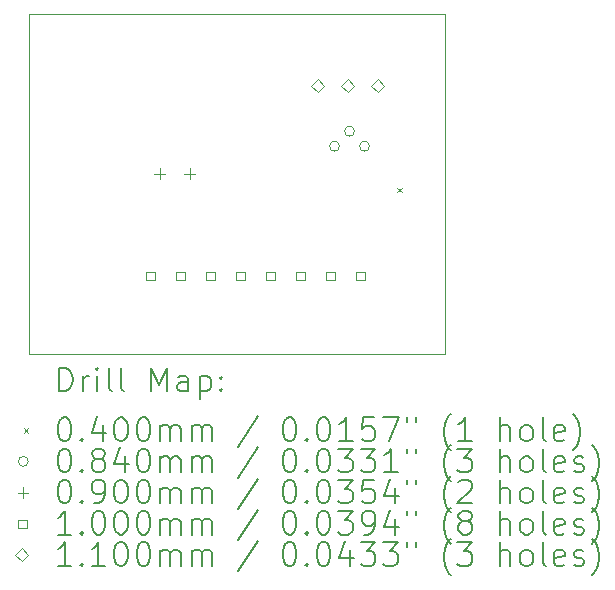
<source format=gbr>
%TF.GenerationSoftware,KiCad,Pcbnew,9.0.0*%
%TF.CreationDate,2025-10-07T06:42:02-03:00*%
%TF.ProjectId,control temperatura_v3,636f6e74-726f-46c2-9074-656d70657261,rev?*%
%TF.SameCoordinates,Original*%
%TF.FileFunction,Drillmap*%
%TF.FilePolarity,Positive*%
%FSLAX45Y45*%
G04 Gerber Fmt 4.5, Leading zero omitted, Abs format (unit mm)*
G04 Created by KiCad (PCBNEW 9.0.0) date 2025-10-07 06:42:02*
%MOMM*%
%LPD*%
G01*
G04 APERTURE LIST*
%ADD10C,0.100000*%
%ADD11C,0.200000*%
%ADD12C,0.110000*%
G04 APERTURE END LIST*
D10*
X12177500Y-5307500D02*
X15702500Y-5307500D01*
X15702500Y-8182500D01*
X12177500Y-8182500D01*
X12177500Y-5307500D01*
D11*
D10*
X15297500Y-6772500D02*
X15337500Y-6812500D01*
X15337500Y-6772500D02*
X15297500Y-6812500D01*
X14807000Y-6422500D02*
G75*
G02*
X14723000Y-6422500I-42000J0D01*
G01*
X14723000Y-6422500D02*
G75*
G02*
X14807000Y-6422500I42000J0D01*
G01*
X14934000Y-6295500D02*
G75*
G02*
X14850000Y-6295500I-42000J0D01*
G01*
X14850000Y-6295500D02*
G75*
G02*
X14934000Y-6295500I42000J0D01*
G01*
X15061000Y-6422500D02*
G75*
G02*
X14977000Y-6422500I-42000J0D01*
G01*
X14977000Y-6422500D02*
G75*
G02*
X15061000Y-6422500I42000J0D01*
G01*
X13284200Y-6609800D02*
X13284200Y-6699800D01*
X13239200Y-6654800D02*
X13329200Y-6654800D01*
X13538200Y-6609800D02*
X13538200Y-6699800D01*
X13493200Y-6654800D02*
X13583200Y-6654800D01*
X13242356Y-7557856D02*
X13242356Y-7487144D01*
X13171644Y-7487144D01*
X13171644Y-7557856D01*
X13242356Y-7557856D01*
X13496356Y-7557856D02*
X13496356Y-7487144D01*
X13425644Y-7487144D01*
X13425644Y-7557856D01*
X13496356Y-7557856D01*
X13750356Y-7557856D02*
X13750356Y-7487144D01*
X13679644Y-7487144D01*
X13679644Y-7557856D01*
X13750356Y-7557856D01*
X14004356Y-7557856D02*
X14004356Y-7487144D01*
X13933644Y-7487144D01*
X13933644Y-7557856D01*
X14004356Y-7557856D01*
X14258356Y-7557856D02*
X14258356Y-7487144D01*
X14187644Y-7487144D01*
X14187644Y-7557856D01*
X14258356Y-7557856D01*
X14512356Y-7557856D02*
X14512356Y-7487144D01*
X14441644Y-7487144D01*
X14441644Y-7557856D01*
X14512356Y-7557856D01*
X14766356Y-7557856D02*
X14766356Y-7487144D01*
X14695644Y-7487144D01*
X14695644Y-7557856D01*
X14766356Y-7557856D01*
X15020356Y-7557856D02*
X15020356Y-7487144D01*
X14949644Y-7487144D01*
X14949644Y-7557856D01*
X15020356Y-7557856D01*
D12*
X14625000Y-5967500D02*
X14680000Y-5912500D01*
X14625000Y-5857500D01*
X14570000Y-5912500D01*
X14625000Y-5967500D01*
X14879000Y-5967500D02*
X14934000Y-5912500D01*
X14879000Y-5857500D01*
X14824000Y-5912500D01*
X14879000Y-5967500D01*
X15133000Y-5967500D02*
X15188000Y-5912500D01*
X15133000Y-5857500D01*
X15078000Y-5912500D01*
X15133000Y-5967500D01*
D11*
X12433277Y-8498984D02*
X12433277Y-8298984D01*
X12433277Y-8298984D02*
X12480896Y-8298984D01*
X12480896Y-8298984D02*
X12509467Y-8308508D01*
X12509467Y-8308508D02*
X12528515Y-8327555D01*
X12528515Y-8327555D02*
X12538039Y-8346603D01*
X12538039Y-8346603D02*
X12547562Y-8384698D01*
X12547562Y-8384698D02*
X12547562Y-8413270D01*
X12547562Y-8413270D02*
X12538039Y-8451365D01*
X12538039Y-8451365D02*
X12528515Y-8470412D01*
X12528515Y-8470412D02*
X12509467Y-8489460D01*
X12509467Y-8489460D02*
X12480896Y-8498984D01*
X12480896Y-8498984D02*
X12433277Y-8498984D01*
X12633277Y-8498984D02*
X12633277Y-8365650D01*
X12633277Y-8403746D02*
X12642801Y-8384698D01*
X12642801Y-8384698D02*
X12652324Y-8375174D01*
X12652324Y-8375174D02*
X12671372Y-8365650D01*
X12671372Y-8365650D02*
X12690420Y-8365650D01*
X12757086Y-8498984D02*
X12757086Y-8365650D01*
X12757086Y-8298984D02*
X12747562Y-8308508D01*
X12747562Y-8308508D02*
X12757086Y-8318031D01*
X12757086Y-8318031D02*
X12766610Y-8308508D01*
X12766610Y-8308508D02*
X12757086Y-8298984D01*
X12757086Y-8298984D02*
X12757086Y-8318031D01*
X12880896Y-8498984D02*
X12861848Y-8489460D01*
X12861848Y-8489460D02*
X12852324Y-8470412D01*
X12852324Y-8470412D02*
X12852324Y-8298984D01*
X12985658Y-8498984D02*
X12966610Y-8489460D01*
X12966610Y-8489460D02*
X12957086Y-8470412D01*
X12957086Y-8470412D02*
X12957086Y-8298984D01*
X13214229Y-8498984D02*
X13214229Y-8298984D01*
X13214229Y-8298984D02*
X13280896Y-8441841D01*
X13280896Y-8441841D02*
X13347562Y-8298984D01*
X13347562Y-8298984D02*
X13347562Y-8498984D01*
X13528515Y-8498984D02*
X13528515Y-8394222D01*
X13528515Y-8394222D02*
X13518991Y-8375174D01*
X13518991Y-8375174D02*
X13499943Y-8365650D01*
X13499943Y-8365650D02*
X13461848Y-8365650D01*
X13461848Y-8365650D02*
X13442801Y-8375174D01*
X13528515Y-8489460D02*
X13509467Y-8498984D01*
X13509467Y-8498984D02*
X13461848Y-8498984D01*
X13461848Y-8498984D02*
X13442801Y-8489460D01*
X13442801Y-8489460D02*
X13433277Y-8470412D01*
X13433277Y-8470412D02*
X13433277Y-8451365D01*
X13433277Y-8451365D02*
X13442801Y-8432317D01*
X13442801Y-8432317D02*
X13461848Y-8422793D01*
X13461848Y-8422793D02*
X13509467Y-8422793D01*
X13509467Y-8422793D02*
X13528515Y-8413270D01*
X13623753Y-8365650D02*
X13623753Y-8565650D01*
X13623753Y-8375174D02*
X13642801Y-8365650D01*
X13642801Y-8365650D02*
X13680896Y-8365650D01*
X13680896Y-8365650D02*
X13699943Y-8375174D01*
X13699943Y-8375174D02*
X13709467Y-8384698D01*
X13709467Y-8384698D02*
X13718991Y-8403746D01*
X13718991Y-8403746D02*
X13718991Y-8460889D01*
X13718991Y-8460889D02*
X13709467Y-8479936D01*
X13709467Y-8479936D02*
X13699943Y-8489460D01*
X13699943Y-8489460D02*
X13680896Y-8498984D01*
X13680896Y-8498984D02*
X13642801Y-8498984D01*
X13642801Y-8498984D02*
X13623753Y-8489460D01*
X13804705Y-8479936D02*
X13814229Y-8489460D01*
X13814229Y-8489460D02*
X13804705Y-8498984D01*
X13804705Y-8498984D02*
X13795182Y-8489460D01*
X13795182Y-8489460D02*
X13804705Y-8479936D01*
X13804705Y-8479936D02*
X13804705Y-8498984D01*
X13804705Y-8375174D02*
X13814229Y-8384698D01*
X13814229Y-8384698D02*
X13804705Y-8394222D01*
X13804705Y-8394222D02*
X13795182Y-8384698D01*
X13795182Y-8384698D02*
X13804705Y-8375174D01*
X13804705Y-8375174D02*
X13804705Y-8394222D01*
D10*
X12132500Y-8807500D02*
X12172500Y-8847500D01*
X12172500Y-8807500D02*
X12132500Y-8847500D01*
D11*
X12471372Y-8718984D02*
X12490420Y-8718984D01*
X12490420Y-8718984D02*
X12509467Y-8728508D01*
X12509467Y-8728508D02*
X12518991Y-8738031D01*
X12518991Y-8738031D02*
X12528515Y-8757079D01*
X12528515Y-8757079D02*
X12538039Y-8795174D01*
X12538039Y-8795174D02*
X12538039Y-8842793D01*
X12538039Y-8842793D02*
X12528515Y-8880889D01*
X12528515Y-8880889D02*
X12518991Y-8899936D01*
X12518991Y-8899936D02*
X12509467Y-8909460D01*
X12509467Y-8909460D02*
X12490420Y-8918984D01*
X12490420Y-8918984D02*
X12471372Y-8918984D01*
X12471372Y-8918984D02*
X12452324Y-8909460D01*
X12452324Y-8909460D02*
X12442801Y-8899936D01*
X12442801Y-8899936D02*
X12433277Y-8880889D01*
X12433277Y-8880889D02*
X12423753Y-8842793D01*
X12423753Y-8842793D02*
X12423753Y-8795174D01*
X12423753Y-8795174D02*
X12433277Y-8757079D01*
X12433277Y-8757079D02*
X12442801Y-8738031D01*
X12442801Y-8738031D02*
X12452324Y-8728508D01*
X12452324Y-8728508D02*
X12471372Y-8718984D01*
X12623753Y-8899936D02*
X12633277Y-8909460D01*
X12633277Y-8909460D02*
X12623753Y-8918984D01*
X12623753Y-8918984D02*
X12614229Y-8909460D01*
X12614229Y-8909460D02*
X12623753Y-8899936D01*
X12623753Y-8899936D02*
X12623753Y-8918984D01*
X12804705Y-8785650D02*
X12804705Y-8918984D01*
X12757086Y-8709460D02*
X12709467Y-8852317D01*
X12709467Y-8852317D02*
X12833277Y-8852317D01*
X12947562Y-8718984D02*
X12966610Y-8718984D01*
X12966610Y-8718984D02*
X12985658Y-8728508D01*
X12985658Y-8728508D02*
X12995182Y-8738031D01*
X12995182Y-8738031D02*
X13004705Y-8757079D01*
X13004705Y-8757079D02*
X13014229Y-8795174D01*
X13014229Y-8795174D02*
X13014229Y-8842793D01*
X13014229Y-8842793D02*
X13004705Y-8880889D01*
X13004705Y-8880889D02*
X12995182Y-8899936D01*
X12995182Y-8899936D02*
X12985658Y-8909460D01*
X12985658Y-8909460D02*
X12966610Y-8918984D01*
X12966610Y-8918984D02*
X12947562Y-8918984D01*
X12947562Y-8918984D02*
X12928515Y-8909460D01*
X12928515Y-8909460D02*
X12918991Y-8899936D01*
X12918991Y-8899936D02*
X12909467Y-8880889D01*
X12909467Y-8880889D02*
X12899943Y-8842793D01*
X12899943Y-8842793D02*
X12899943Y-8795174D01*
X12899943Y-8795174D02*
X12909467Y-8757079D01*
X12909467Y-8757079D02*
X12918991Y-8738031D01*
X12918991Y-8738031D02*
X12928515Y-8728508D01*
X12928515Y-8728508D02*
X12947562Y-8718984D01*
X13138039Y-8718984D02*
X13157086Y-8718984D01*
X13157086Y-8718984D02*
X13176134Y-8728508D01*
X13176134Y-8728508D02*
X13185658Y-8738031D01*
X13185658Y-8738031D02*
X13195182Y-8757079D01*
X13195182Y-8757079D02*
X13204705Y-8795174D01*
X13204705Y-8795174D02*
X13204705Y-8842793D01*
X13204705Y-8842793D02*
X13195182Y-8880889D01*
X13195182Y-8880889D02*
X13185658Y-8899936D01*
X13185658Y-8899936D02*
X13176134Y-8909460D01*
X13176134Y-8909460D02*
X13157086Y-8918984D01*
X13157086Y-8918984D02*
X13138039Y-8918984D01*
X13138039Y-8918984D02*
X13118991Y-8909460D01*
X13118991Y-8909460D02*
X13109467Y-8899936D01*
X13109467Y-8899936D02*
X13099943Y-8880889D01*
X13099943Y-8880889D02*
X13090420Y-8842793D01*
X13090420Y-8842793D02*
X13090420Y-8795174D01*
X13090420Y-8795174D02*
X13099943Y-8757079D01*
X13099943Y-8757079D02*
X13109467Y-8738031D01*
X13109467Y-8738031D02*
X13118991Y-8728508D01*
X13118991Y-8728508D02*
X13138039Y-8718984D01*
X13290420Y-8918984D02*
X13290420Y-8785650D01*
X13290420Y-8804698D02*
X13299943Y-8795174D01*
X13299943Y-8795174D02*
X13318991Y-8785650D01*
X13318991Y-8785650D02*
X13347563Y-8785650D01*
X13347563Y-8785650D02*
X13366610Y-8795174D01*
X13366610Y-8795174D02*
X13376134Y-8814222D01*
X13376134Y-8814222D02*
X13376134Y-8918984D01*
X13376134Y-8814222D02*
X13385658Y-8795174D01*
X13385658Y-8795174D02*
X13404705Y-8785650D01*
X13404705Y-8785650D02*
X13433277Y-8785650D01*
X13433277Y-8785650D02*
X13452324Y-8795174D01*
X13452324Y-8795174D02*
X13461848Y-8814222D01*
X13461848Y-8814222D02*
X13461848Y-8918984D01*
X13557086Y-8918984D02*
X13557086Y-8785650D01*
X13557086Y-8804698D02*
X13566610Y-8795174D01*
X13566610Y-8795174D02*
X13585658Y-8785650D01*
X13585658Y-8785650D02*
X13614229Y-8785650D01*
X13614229Y-8785650D02*
X13633277Y-8795174D01*
X13633277Y-8795174D02*
X13642801Y-8814222D01*
X13642801Y-8814222D02*
X13642801Y-8918984D01*
X13642801Y-8814222D02*
X13652324Y-8795174D01*
X13652324Y-8795174D02*
X13671372Y-8785650D01*
X13671372Y-8785650D02*
X13699943Y-8785650D01*
X13699943Y-8785650D02*
X13718991Y-8795174D01*
X13718991Y-8795174D02*
X13728515Y-8814222D01*
X13728515Y-8814222D02*
X13728515Y-8918984D01*
X14118991Y-8709460D02*
X13947563Y-8966603D01*
X14376134Y-8718984D02*
X14395182Y-8718984D01*
X14395182Y-8718984D02*
X14414229Y-8728508D01*
X14414229Y-8728508D02*
X14423753Y-8738031D01*
X14423753Y-8738031D02*
X14433277Y-8757079D01*
X14433277Y-8757079D02*
X14442801Y-8795174D01*
X14442801Y-8795174D02*
X14442801Y-8842793D01*
X14442801Y-8842793D02*
X14433277Y-8880889D01*
X14433277Y-8880889D02*
X14423753Y-8899936D01*
X14423753Y-8899936D02*
X14414229Y-8909460D01*
X14414229Y-8909460D02*
X14395182Y-8918984D01*
X14395182Y-8918984D02*
X14376134Y-8918984D01*
X14376134Y-8918984D02*
X14357086Y-8909460D01*
X14357086Y-8909460D02*
X14347563Y-8899936D01*
X14347563Y-8899936D02*
X14338039Y-8880889D01*
X14338039Y-8880889D02*
X14328515Y-8842793D01*
X14328515Y-8842793D02*
X14328515Y-8795174D01*
X14328515Y-8795174D02*
X14338039Y-8757079D01*
X14338039Y-8757079D02*
X14347563Y-8738031D01*
X14347563Y-8738031D02*
X14357086Y-8728508D01*
X14357086Y-8728508D02*
X14376134Y-8718984D01*
X14528515Y-8899936D02*
X14538039Y-8909460D01*
X14538039Y-8909460D02*
X14528515Y-8918984D01*
X14528515Y-8918984D02*
X14518991Y-8909460D01*
X14518991Y-8909460D02*
X14528515Y-8899936D01*
X14528515Y-8899936D02*
X14528515Y-8918984D01*
X14661848Y-8718984D02*
X14680896Y-8718984D01*
X14680896Y-8718984D02*
X14699944Y-8728508D01*
X14699944Y-8728508D02*
X14709467Y-8738031D01*
X14709467Y-8738031D02*
X14718991Y-8757079D01*
X14718991Y-8757079D02*
X14728515Y-8795174D01*
X14728515Y-8795174D02*
X14728515Y-8842793D01*
X14728515Y-8842793D02*
X14718991Y-8880889D01*
X14718991Y-8880889D02*
X14709467Y-8899936D01*
X14709467Y-8899936D02*
X14699944Y-8909460D01*
X14699944Y-8909460D02*
X14680896Y-8918984D01*
X14680896Y-8918984D02*
X14661848Y-8918984D01*
X14661848Y-8918984D02*
X14642801Y-8909460D01*
X14642801Y-8909460D02*
X14633277Y-8899936D01*
X14633277Y-8899936D02*
X14623753Y-8880889D01*
X14623753Y-8880889D02*
X14614229Y-8842793D01*
X14614229Y-8842793D02*
X14614229Y-8795174D01*
X14614229Y-8795174D02*
X14623753Y-8757079D01*
X14623753Y-8757079D02*
X14633277Y-8738031D01*
X14633277Y-8738031D02*
X14642801Y-8728508D01*
X14642801Y-8728508D02*
X14661848Y-8718984D01*
X14918991Y-8918984D02*
X14804706Y-8918984D01*
X14861848Y-8918984D02*
X14861848Y-8718984D01*
X14861848Y-8718984D02*
X14842801Y-8747555D01*
X14842801Y-8747555D02*
X14823753Y-8766603D01*
X14823753Y-8766603D02*
X14804706Y-8776127D01*
X15099944Y-8718984D02*
X15004706Y-8718984D01*
X15004706Y-8718984D02*
X14995182Y-8814222D01*
X14995182Y-8814222D02*
X15004706Y-8804698D01*
X15004706Y-8804698D02*
X15023753Y-8795174D01*
X15023753Y-8795174D02*
X15071372Y-8795174D01*
X15071372Y-8795174D02*
X15090420Y-8804698D01*
X15090420Y-8804698D02*
X15099944Y-8814222D01*
X15099944Y-8814222D02*
X15109467Y-8833270D01*
X15109467Y-8833270D02*
X15109467Y-8880889D01*
X15109467Y-8880889D02*
X15099944Y-8899936D01*
X15099944Y-8899936D02*
X15090420Y-8909460D01*
X15090420Y-8909460D02*
X15071372Y-8918984D01*
X15071372Y-8918984D02*
X15023753Y-8918984D01*
X15023753Y-8918984D02*
X15004706Y-8909460D01*
X15004706Y-8909460D02*
X14995182Y-8899936D01*
X15176134Y-8718984D02*
X15309467Y-8718984D01*
X15309467Y-8718984D02*
X15223753Y-8918984D01*
X15376134Y-8718984D02*
X15376134Y-8757079D01*
X15452325Y-8718984D02*
X15452325Y-8757079D01*
X15747563Y-8995174D02*
X15738039Y-8985650D01*
X15738039Y-8985650D02*
X15718991Y-8957079D01*
X15718991Y-8957079D02*
X15709468Y-8938031D01*
X15709468Y-8938031D02*
X15699944Y-8909460D01*
X15699944Y-8909460D02*
X15690420Y-8861841D01*
X15690420Y-8861841D02*
X15690420Y-8823746D01*
X15690420Y-8823746D02*
X15699944Y-8776127D01*
X15699944Y-8776127D02*
X15709468Y-8747555D01*
X15709468Y-8747555D02*
X15718991Y-8728508D01*
X15718991Y-8728508D02*
X15738039Y-8699936D01*
X15738039Y-8699936D02*
X15747563Y-8690412D01*
X15928515Y-8918984D02*
X15814229Y-8918984D01*
X15871372Y-8918984D02*
X15871372Y-8718984D01*
X15871372Y-8718984D02*
X15852325Y-8747555D01*
X15852325Y-8747555D02*
X15833277Y-8766603D01*
X15833277Y-8766603D02*
X15814229Y-8776127D01*
X16166610Y-8918984D02*
X16166610Y-8718984D01*
X16252325Y-8918984D02*
X16252325Y-8814222D01*
X16252325Y-8814222D02*
X16242801Y-8795174D01*
X16242801Y-8795174D02*
X16223753Y-8785650D01*
X16223753Y-8785650D02*
X16195182Y-8785650D01*
X16195182Y-8785650D02*
X16176134Y-8795174D01*
X16176134Y-8795174D02*
X16166610Y-8804698D01*
X16376134Y-8918984D02*
X16357087Y-8909460D01*
X16357087Y-8909460D02*
X16347563Y-8899936D01*
X16347563Y-8899936D02*
X16338039Y-8880889D01*
X16338039Y-8880889D02*
X16338039Y-8823746D01*
X16338039Y-8823746D02*
X16347563Y-8804698D01*
X16347563Y-8804698D02*
X16357087Y-8795174D01*
X16357087Y-8795174D02*
X16376134Y-8785650D01*
X16376134Y-8785650D02*
X16404706Y-8785650D01*
X16404706Y-8785650D02*
X16423753Y-8795174D01*
X16423753Y-8795174D02*
X16433277Y-8804698D01*
X16433277Y-8804698D02*
X16442801Y-8823746D01*
X16442801Y-8823746D02*
X16442801Y-8880889D01*
X16442801Y-8880889D02*
X16433277Y-8899936D01*
X16433277Y-8899936D02*
X16423753Y-8909460D01*
X16423753Y-8909460D02*
X16404706Y-8918984D01*
X16404706Y-8918984D02*
X16376134Y-8918984D01*
X16557087Y-8918984D02*
X16538039Y-8909460D01*
X16538039Y-8909460D02*
X16528515Y-8890412D01*
X16528515Y-8890412D02*
X16528515Y-8718984D01*
X16709468Y-8909460D02*
X16690420Y-8918984D01*
X16690420Y-8918984D02*
X16652325Y-8918984D01*
X16652325Y-8918984D02*
X16633277Y-8909460D01*
X16633277Y-8909460D02*
X16623753Y-8890412D01*
X16623753Y-8890412D02*
X16623753Y-8814222D01*
X16623753Y-8814222D02*
X16633277Y-8795174D01*
X16633277Y-8795174D02*
X16652325Y-8785650D01*
X16652325Y-8785650D02*
X16690420Y-8785650D01*
X16690420Y-8785650D02*
X16709468Y-8795174D01*
X16709468Y-8795174D02*
X16718991Y-8814222D01*
X16718991Y-8814222D02*
X16718991Y-8833270D01*
X16718991Y-8833270D02*
X16623753Y-8852317D01*
X16785658Y-8995174D02*
X16795182Y-8985650D01*
X16795182Y-8985650D02*
X16814230Y-8957079D01*
X16814230Y-8957079D02*
X16823753Y-8938031D01*
X16823753Y-8938031D02*
X16833277Y-8909460D01*
X16833277Y-8909460D02*
X16842801Y-8861841D01*
X16842801Y-8861841D02*
X16842801Y-8823746D01*
X16842801Y-8823746D02*
X16833277Y-8776127D01*
X16833277Y-8776127D02*
X16823753Y-8747555D01*
X16823753Y-8747555D02*
X16814230Y-8728508D01*
X16814230Y-8728508D02*
X16795182Y-8699936D01*
X16795182Y-8699936D02*
X16785658Y-8690412D01*
D10*
X12172500Y-9091500D02*
G75*
G02*
X12088500Y-9091500I-42000J0D01*
G01*
X12088500Y-9091500D02*
G75*
G02*
X12172500Y-9091500I42000J0D01*
G01*
D11*
X12471372Y-8982984D02*
X12490420Y-8982984D01*
X12490420Y-8982984D02*
X12509467Y-8992508D01*
X12509467Y-8992508D02*
X12518991Y-9002031D01*
X12518991Y-9002031D02*
X12528515Y-9021079D01*
X12528515Y-9021079D02*
X12538039Y-9059174D01*
X12538039Y-9059174D02*
X12538039Y-9106793D01*
X12538039Y-9106793D02*
X12528515Y-9144889D01*
X12528515Y-9144889D02*
X12518991Y-9163936D01*
X12518991Y-9163936D02*
X12509467Y-9173460D01*
X12509467Y-9173460D02*
X12490420Y-9182984D01*
X12490420Y-9182984D02*
X12471372Y-9182984D01*
X12471372Y-9182984D02*
X12452324Y-9173460D01*
X12452324Y-9173460D02*
X12442801Y-9163936D01*
X12442801Y-9163936D02*
X12433277Y-9144889D01*
X12433277Y-9144889D02*
X12423753Y-9106793D01*
X12423753Y-9106793D02*
X12423753Y-9059174D01*
X12423753Y-9059174D02*
X12433277Y-9021079D01*
X12433277Y-9021079D02*
X12442801Y-9002031D01*
X12442801Y-9002031D02*
X12452324Y-8992508D01*
X12452324Y-8992508D02*
X12471372Y-8982984D01*
X12623753Y-9163936D02*
X12633277Y-9173460D01*
X12633277Y-9173460D02*
X12623753Y-9182984D01*
X12623753Y-9182984D02*
X12614229Y-9173460D01*
X12614229Y-9173460D02*
X12623753Y-9163936D01*
X12623753Y-9163936D02*
X12623753Y-9182984D01*
X12747562Y-9068698D02*
X12728515Y-9059174D01*
X12728515Y-9059174D02*
X12718991Y-9049650D01*
X12718991Y-9049650D02*
X12709467Y-9030603D01*
X12709467Y-9030603D02*
X12709467Y-9021079D01*
X12709467Y-9021079D02*
X12718991Y-9002031D01*
X12718991Y-9002031D02*
X12728515Y-8992508D01*
X12728515Y-8992508D02*
X12747562Y-8982984D01*
X12747562Y-8982984D02*
X12785658Y-8982984D01*
X12785658Y-8982984D02*
X12804705Y-8992508D01*
X12804705Y-8992508D02*
X12814229Y-9002031D01*
X12814229Y-9002031D02*
X12823753Y-9021079D01*
X12823753Y-9021079D02*
X12823753Y-9030603D01*
X12823753Y-9030603D02*
X12814229Y-9049650D01*
X12814229Y-9049650D02*
X12804705Y-9059174D01*
X12804705Y-9059174D02*
X12785658Y-9068698D01*
X12785658Y-9068698D02*
X12747562Y-9068698D01*
X12747562Y-9068698D02*
X12728515Y-9078222D01*
X12728515Y-9078222D02*
X12718991Y-9087746D01*
X12718991Y-9087746D02*
X12709467Y-9106793D01*
X12709467Y-9106793D02*
X12709467Y-9144889D01*
X12709467Y-9144889D02*
X12718991Y-9163936D01*
X12718991Y-9163936D02*
X12728515Y-9173460D01*
X12728515Y-9173460D02*
X12747562Y-9182984D01*
X12747562Y-9182984D02*
X12785658Y-9182984D01*
X12785658Y-9182984D02*
X12804705Y-9173460D01*
X12804705Y-9173460D02*
X12814229Y-9163936D01*
X12814229Y-9163936D02*
X12823753Y-9144889D01*
X12823753Y-9144889D02*
X12823753Y-9106793D01*
X12823753Y-9106793D02*
X12814229Y-9087746D01*
X12814229Y-9087746D02*
X12804705Y-9078222D01*
X12804705Y-9078222D02*
X12785658Y-9068698D01*
X12995182Y-9049650D02*
X12995182Y-9182984D01*
X12947562Y-8973460D02*
X12899943Y-9116317D01*
X12899943Y-9116317D02*
X13023753Y-9116317D01*
X13138039Y-8982984D02*
X13157086Y-8982984D01*
X13157086Y-8982984D02*
X13176134Y-8992508D01*
X13176134Y-8992508D02*
X13185658Y-9002031D01*
X13185658Y-9002031D02*
X13195182Y-9021079D01*
X13195182Y-9021079D02*
X13204705Y-9059174D01*
X13204705Y-9059174D02*
X13204705Y-9106793D01*
X13204705Y-9106793D02*
X13195182Y-9144889D01*
X13195182Y-9144889D02*
X13185658Y-9163936D01*
X13185658Y-9163936D02*
X13176134Y-9173460D01*
X13176134Y-9173460D02*
X13157086Y-9182984D01*
X13157086Y-9182984D02*
X13138039Y-9182984D01*
X13138039Y-9182984D02*
X13118991Y-9173460D01*
X13118991Y-9173460D02*
X13109467Y-9163936D01*
X13109467Y-9163936D02*
X13099943Y-9144889D01*
X13099943Y-9144889D02*
X13090420Y-9106793D01*
X13090420Y-9106793D02*
X13090420Y-9059174D01*
X13090420Y-9059174D02*
X13099943Y-9021079D01*
X13099943Y-9021079D02*
X13109467Y-9002031D01*
X13109467Y-9002031D02*
X13118991Y-8992508D01*
X13118991Y-8992508D02*
X13138039Y-8982984D01*
X13290420Y-9182984D02*
X13290420Y-9049650D01*
X13290420Y-9068698D02*
X13299943Y-9059174D01*
X13299943Y-9059174D02*
X13318991Y-9049650D01*
X13318991Y-9049650D02*
X13347563Y-9049650D01*
X13347563Y-9049650D02*
X13366610Y-9059174D01*
X13366610Y-9059174D02*
X13376134Y-9078222D01*
X13376134Y-9078222D02*
X13376134Y-9182984D01*
X13376134Y-9078222D02*
X13385658Y-9059174D01*
X13385658Y-9059174D02*
X13404705Y-9049650D01*
X13404705Y-9049650D02*
X13433277Y-9049650D01*
X13433277Y-9049650D02*
X13452324Y-9059174D01*
X13452324Y-9059174D02*
X13461848Y-9078222D01*
X13461848Y-9078222D02*
X13461848Y-9182984D01*
X13557086Y-9182984D02*
X13557086Y-9049650D01*
X13557086Y-9068698D02*
X13566610Y-9059174D01*
X13566610Y-9059174D02*
X13585658Y-9049650D01*
X13585658Y-9049650D02*
X13614229Y-9049650D01*
X13614229Y-9049650D02*
X13633277Y-9059174D01*
X13633277Y-9059174D02*
X13642801Y-9078222D01*
X13642801Y-9078222D02*
X13642801Y-9182984D01*
X13642801Y-9078222D02*
X13652324Y-9059174D01*
X13652324Y-9059174D02*
X13671372Y-9049650D01*
X13671372Y-9049650D02*
X13699943Y-9049650D01*
X13699943Y-9049650D02*
X13718991Y-9059174D01*
X13718991Y-9059174D02*
X13728515Y-9078222D01*
X13728515Y-9078222D02*
X13728515Y-9182984D01*
X14118991Y-8973460D02*
X13947563Y-9230603D01*
X14376134Y-8982984D02*
X14395182Y-8982984D01*
X14395182Y-8982984D02*
X14414229Y-8992508D01*
X14414229Y-8992508D02*
X14423753Y-9002031D01*
X14423753Y-9002031D02*
X14433277Y-9021079D01*
X14433277Y-9021079D02*
X14442801Y-9059174D01*
X14442801Y-9059174D02*
X14442801Y-9106793D01*
X14442801Y-9106793D02*
X14433277Y-9144889D01*
X14433277Y-9144889D02*
X14423753Y-9163936D01*
X14423753Y-9163936D02*
X14414229Y-9173460D01*
X14414229Y-9173460D02*
X14395182Y-9182984D01*
X14395182Y-9182984D02*
X14376134Y-9182984D01*
X14376134Y-9182984D02*
X14357086Y-9173460D01*
X14357086Y-9173460D02*
X14347563Y-9163936D01*
X14347563Y-9163936D02*
X14338039Y-9144889D01*
X14338039Y-9144889D02*
X14328515Y-9106793D01*
X14328515Y-9106793D02*
X14328515Y-9059174D01*
X14328515Y-9059174D02*
X14338039Y-9021079D01*
X14338039Y-9021079D02*
X14347563Y-9002031D01*
X14347563Y-9002031D02*
X14357086Y-8992508D01*
X14357086Y-8992508D02*
X14376134Y-8982984D01*
X14528515Y-9163936D02*
X14538039Y-9173460D01*
X14538039Y-9173460D02*
X14528515Y-9182984D01*
X14528515Y-9182984D02*
X14518991Y-9173460D01*
X14518991Y-9173460D02*
X14528515Y-9163936D01*
X14528515Y-9163936D02*
X14528515Y-9182984D01*
X14661848Y-8982984D02*
X14680896Y-8982984D01*
X14680896Y-8982984D02*
X14699944Y-8992508D01*
X14699944Y-8992508D02*
X14709467Y-9002031D01*
X14709467Y-9002031D02*
X14718991Y-9021079D01*
X14718991Y-9021079D02*
X14728515Y-9059174D01*
X14728515Y-9059174D02*
X14728515Y-9106793D01*
X14728515Y-9106793D02*
X14718991Y-9144889D01*
X14718991Y-9144889D02*
X14709467Y-9163936D01*
X14709467Y-9163936D02*
X14699944Y-9173460D01*
X14699944Y-9173460D02*
X14680896Y-9182984D01*
X14680896Y-9182984D02*
X14661848Y-9182984D01*
X14661848Y-9182984D02*
X14642801Y-9173460D01*
X14642801Y-9173460D02*
X14633277Y-9163936D01*
X14633277Y-9163936D02*
X14623753Y-9144889D01*
X14623753Y-9144889D02*
X14614229Y-9106793D01*
X14614229Y-9106793D02*
X14614229Y-9059174D01*
X14614229Y-9059174D02*
X14623753Y-9021079D01*
X14623753Y-9021079D02*
X14633277Y-9002031D01*
X14633277Y-9002031D02*
X14642801Y-8992508D01*
X14642801Y-8992508D02*
X14661848Y-8982984D01*
X14795182Y-8982984D02*
X14918991Y-8982984D01*
X14918991Y-8982984D02*
X14852325Y-9059174D01*
X14852325Y-9059174D02*
X14880896Y-9059174D01*
X14880896Y-9059174D02*
X14899944Y-9068698D01*
X14899944Y-9068698D02*
X14909467Y-9078222D01*
X14909467Y-9078222D02*
X14918991Y-9097270D01*
X14918991Y-9097270D02*
X14918991Y-9144889D01*
X14918991Y-9144889D02*
X14909467Y-9163936D01*
X14909467Y-9163936D02*
X14899944Y-9173460D01*
X14899944Y-9173460D02*
X14880896Y-9182984D01*
X14880896Y-9182984D02*
X14823753Y-9182984D01*
X14823753Y-9182984D02*
X14804706Y-9173460D01*
X14804706Y-9173460D02*
X14795182Y-9163936D01*
X14985658Y-8982984D02*
X15109467Y-8982984D01*
X15109467Y-8982984D02*
X15042801Y-9059174D01*
X15042801Y-9059174D02*
X15071372Y-9059174D01*
X15071372Y-9059174D02*
X15090420Y-9068698D01*
X15090420Y-9068698D02*
X15099944Y-9078222D01*
X15099944Y-9078222D02*
X15109467Y-9097270D01*
X15109467Y-9097270D02*
X15109467Y-9144889D01*
X15109467Y-9144889D02*
X15099944Y-9163936D01*
X15099944Y-9163936D02*
X15090420Y-9173460D01*
X15090420Y-9173460D02*
X15071372Y-9182984D01*
X15071372Y-9182984D02*
X15014229Y-9182984D01*
X15014229Y-9182984D02*
X14995182Y-9173460D01*
X14995182Y-9173460D02*
X14985658Y-9163936D01*
X15299944Y-9182984D02*
X15185658Y-9182984D01*
X15242801Y-9182984D02*
X15242801Y-8982984D01*
X15242801Y-8982984D02*
X15223753Y-9011555D01*
X15223753Y-9011555D02*
X15204706Y-9030603D01*
X15204706Y-9030603D02*
X15185658Y-9040127D01*
X15376134Y-8982984D02*
X15376134Y-9021079D01*
X15452325Y-8982984D02*
X15452325Y-9021079D01*
X15747563Y-9259174D02*
X15738039Y-9249650D01*
X15738039Y-9249650D02*
X15718991Y-9221079D01*
X15718991Y-9221079D02*
X15709468Y-9202031D01*
X15709468Y-9202031D02*
X15699944Y-9173460D01*
X15699944Y-9173460D02*
X15690420Y-9125841D01*
X15690420Y-9125841D02*
X15690420Y-9087746D01*
X15690420Y-9087746D02*
X15699944Y-9040127D01*
X15699944Y-9040127D02*
X15709468Y-9011555D01*
X15709468Y-9011555D02*
X15718991Y-8992508D01*
X15718991Y-8992508D02*
X15738039Y-8963936D01*
X15738039Y-8963936D02*
X15747563Y-8954412D01*
X15804706Y-8982984D02*
X15928515Y-8982984D01*
X15928515Y-8982984D02*
X15861848Y-9059174D01*
X15861848Y-9059174D02*
X15890420Y-9059174D01*
X15890420Y-9059174D02*
X15909468Y-9068698D01*
X15909468Y-9068698D02*
X15918991Y-9078222D01*
X15918991Y-9078222D02*
X15928515Y-9097270D01*
X15928515Y-9097270D02*
X15928515Y-9144889D01*
X15928515Y-9144889D02*
X15918991Y-9163936D01*
X15918991Y-9163936D02*
X15909468Y-9173460D01*
X15909468Y-9173460D02*
X15890420Y-9182984D01*
X15890420Y-9182984D02*
X15833277Y-9182984D01*
X15833277Y-9182984D02*
X15814229Y-9173460D01*
X15814229Y-9173460D02*
X15804706Y-9163936D01*
X16166610Y-9182984D02*
X16166610Y-8982984D01*
X16252325Y-9182984D02*
X16252325Y-9078222D01*
X16252325Y-9078222D02*
X16242801Y-9059174D01*
X16242801Y-9059174D02*
X16223753Y-9049650D01*
X16223753Y-9049650D02*
X16195182Y-9049650D01*
X16195182Y-9049650D02*
X16176134Y-9059174D01*
X16176134Y-9059174D02*
X16166610Y-9068698D01*
X16376134Y-9182984D02*
X16357087Y-9173460D01*
X16357087Y-9173460D02*
X16347563Y-9163936D01*
X16347563Y-9163936D02*
X16338039Y-9144889D01*
X16338039Y-9144889D02*
X16338039Y-9087746D01*
X16338039Y-9087746D02*
X16347563Y-9068698D01*
X16347563Y-9068698D02*
X16357087Y-9059174D01*
X16357087Y-9059174D02*
X16376134Y-9049650D01*
X16376134Y-9049650D02*
X16404706Y-9049650D01*
X16404706Y-9049650D02*
X16423753Y-9059174D01*
X16423753Y-9059174D02*
X16433277Y-9068698D01*
X16433277Y-9068698D02*
X16442801Y-9087746D01*
X16442801Y-9087746D02*
X16442801Y-9144889D01*
X16442801Y-9144889D02*
X16433277Y-9163936D01*
X16433277Y-9163936D02*
X16423753Y-9173460D01*
X16423753Y-9173460D02*
X16404706Y-9182984D01*
X16404706Y-9182984D02*
X16376134Y-9182984D01*
X16557087Y-9182984D02*
X16538039Y-9173460D01*
X16538039Y-9173460D02*
X16528515Y-9154412D01*
X16528515Y-9154412D02*
X16528515Y-8982984D01*
X16709468Y-9173460D02*
X16690420Y-9182984D01*
X16690420Y-9182984D02*
X16652325Y-9182984D01*
X16652325Y-9182984D02*
X16633277Y-9173460D01*
X16633277Y-9173460D02*
X16623753Y-9154412D01*
X16623753Y-9154412D02*
X16623753Y-9078222D01*
X16623753Y-9078222D02*
X16633277Y-9059174D01*
X16633277Y-9059174D02*
X16652325Y-9049650D01*
X16652325Y-9049650D02*
X16690420Y-9049650D01*
X16690420Y-9049650D02*
X16709468Y-9059174D01*
X16709468Y-9059174D02*
X16718991Y-9078222D01*
X16718991Y-9078222D02*
X16718991Y-9097270D01*
X16718991Y-9097270D02*
X16623753Y-9116317D01*
X16795182Y-9173460D02*
X16814230Y-9182984D01*
X16814230Y-9182984D02*
X16852325Y-9182984D01*
X16852325Y-9182984D02*
X16871373Y-9173460D01*
X16871373Y-9173460D02*
X16880896Y-9154412D01*
X16880896Y-9154412D02*
X16880896Y-9144889D01*
X16880896Y-9144889D02*
X16871373Y-9125841D01*
X16871373Y-9125841D02*
X16852325Y-9116317D01*
X16852325Y-9116317D02*
X16823753Y-9116317D01*
X16823753Y-9116317D02*
X16804706Y-9106793D01*
X16804706Y-9106793D02*
X16795182Y-9087746D01*
X16795182Y-9087746D02*
X16795182Y-9078222D01*
X16795182Y-9078222D02*
X16804706Y-9059174D01*
X16804706Y-9059174D02*
X16823753Y-9049650D01*
X16823753Y-9049650D02*
X16852325Y-9049650D01*
X16852325Y-9049650D02*
X16871373Y-9059174D01*
X16947563Y-9259174D02*
X16957087Y-9249650D01*
X16957087Y-9249650D02*
X16976134Y-9221079D01*
X16976134Y-9221079D02*
X16985658Y-9202031D01*
X16985658Y-9202031D02*
X16995182Y-9173460D01*
X16995182Y-9173460D02*
X17004706Y-9125841D01*
X17004706Y-9125841D02*
X17004706Y-9087746D01*
X17004706Y-9087746D02*
X16995182Y-9040127D01*
X16995182Y-9040127D02*
X16985658Y-9011555D01*
X16985658Y-9011555D02*
X16976134Y-8992508D01*
X16976134Y-8992508D02*
X16957087Y-8963936D01*
X16957087Y-8963936D02*
X16947563Y-8954412D01*
D10*
X12127500Y-9310500D02*
X12127500Y-9400500D01*
X12082500Y-9355500D02*
X12172500Y-9355500D01*
D11*
X12471372Y-9246984D02*
X12490420Y-9246984D01*
X12490420Y-9246984D02*
X12509467Y-9256508D01*
X12509467Y-9256508D02*
X12518991Y-9266031D01*
X12518991Y-9266031D02*
X12528515Y-9285079D01*
X12528515Y-9285079D02*
X12538039Y-9323174D01*
X12538039Y-9323174D02*
X12538039Y-9370793D01*
X12538039Y-9370793D02*
X12528515Y-9408889D01*
X12528515Y-9408889D02*
X12518991Y-9427936D01*
X12518991Y-9427936D02*
X12509467Y-9437460D01*
X12509467Y-9437460D02*
X12490420Y-9446984D01*
X12490420Y-9446984D02*
X12471372Y-9446984D01*
X12471372Y-9446984D02*
X12452324Y-9437460D01*
X12452324Y-9437460D02*
X12442801Y-9427936D01*
X12442801Y-9427936D02*
X12433277Y-9408889D01*
X12433277Y-9408889D02*
X12423753Y-9370793D01*
X12423753Y-9370793D02*
X12423753Y-9323174D01*
X12423753Y-9323174D02*
X12433277Y-9285079D01*
X12433277Y-9285079D02*
X12442801Y-9266031D01*
X12442801Y-9266031D02*
X12452324Y-9256508D01*
X12452324Y-9256508D02*
X12471372Y-9246984D01*
X12623753Y-9427936D02*
X12633277Y-9437460D01*
X12633277Y-9437460D02*
X12623753Y-9446984D01*
X12623753Y-9446984D02*
X12614229Y-9437460D01*
X12614229Y-9437460D02*
X12623753Y-9427936D01*
X12623753Y-9427936D02*
X12623753Y-9446984D01*
X12728515Y-9446984D02*
X12766610Y-9446984D01*
X12766610Y-9446984D02*
X12785658Y-9437460D01*
X12785658Y-9437460D02*
X12795182Y-9427936D01*
X12795182Y-9427936D02*
X12814229Y-9399365D01*
X12814229Y-9399365D02*
X12823753Y-9361270D01*
X12823753Y-9361270D02*
X12823753Y-9285079D01*
X12823753Y-9285079D02*
X12814229Y-9266031D01*
X12814229Y-9266031D02*
X12804705Y-9256508D01*
X12804705Y-9256508D02*
X12785658Y-9246984D01*
X12785658Y-9246984D02*
X12747562Y-9246984D01*
X12747562Y-9246984D02*
X12728515Y-9256508D01*
X12728515Y-9256508D02*
X12718991Y-9266031D01*
X12718991Y-9266031D02*
X12709467Y-9285079D01*
X12709467Y-9285079D02*
X12709467Y-9332698D01*
X12709467Y-9332698D02*
X12718991Y-9351746D01*
X12718991Y-9351746D02*
X12728515Y-9361270D01*
X12728515Y-9361270D02*
X12747562Y-9370793D01*
X12747562Y-9370793D02*
X12785658Y-9370793D01*
X12785658Y-9370793D02*
X12804705Y-9361270D01*
X12804705Y-9361270D02*
X12814229Y-9351746D01*
X12814229Y-9351746D02*
X12823753Y-9332698D01*
X12947562Y-9246984D02*
X12966610Y-9246984D01*
X12966610Y-9246984D02*
X12985658Y-9256508D01*
X12985658Y-9256508D02*
X12995182Y-9266031D01*
X12995182Y-9266031D02*
X13004705Y-9285079D01*
X13004705Y-9285079D02*
X13014229Y-9323174D01*
X13014229Y-9323174D02*
X13014229Y-9370793D01*
X13014229Y-9370793D02*
X13004705Y-9408889D01*
X13004705Y-9408889D02*
X12995182Y-9427936D01*
X12995182Y-9427936D02*
X12985658Y-9437460D01*
X12985658Y-9437460D02*
X12966610Y-9446984D01*
X12966610Y-9446984D02*
X12947562Y-9446984D01*
X12947562Y-9446984D02*
X12928515Y-9437460D01*
X12928515Y-9437460D02*
X12918991Y-9427936D01*
X12918991Y-9427936D02*
X12909467Y-9408889D01*
X12909467Y-9408889D02*
X12899943Y-9370793D01*
X12899943Y-9370793D02*
X12899943Y-9323174D01*
X12899943Y-9323174D02*
X12909467Y-9285079D01*
X12909467Y-9285079D02*
X12918991Y-9266031D01*
X12918991Y-9266031D02*
X12928515Y-9256508D01*
X12928515Y-9256508D02*
X12947562Y-9246984D01*
X13138039Y-9246984D02*
X13157086Y-9246984D01*
X13157086Y-9246984D02*
X13176134Y-9256508D01*
X13176134Y-9256508D02*
X13185658Y-9266031D01*
X13185658Y-9266031D02*
X13195182Y-9285079D01*
X13195182Y-9285079D02*
X13204705Y-9323174D01*
X13204705Y-9323174D02*
X13204705Y-9370793D01*
X13204705Y-9370793D02*
X13195182Y-9408889D01*
X13195182Y-9408889D02*
X13185658Y-9427936D01*
X13185658Y-9427936D02*
X13176134Y-9437460D01*
X13176134Y-9437460D02*
X13157086Y-9446984D01*
X13157086Y-9446984D02*
X13138039Y-9446984D01*
X13138039Y-9446984D02*
X13118991Y-9437460D01*
X13118991Y-9437460D02*
X13109467Y-9427936D01*
X13109467Y-9427936D02*
X13099943Y-9408889D01*
X13099943Y-9408889D02*
X13090420Y-9370793D01*
X13090420Y-9370793D02*
X13090420Y-9323174D01*
X13090420Y-9323174D02*
X13099943Y-9285079D01*
X13099943Y-9285079D02*
X13109467Y-9266031D01*
X13109467Y-9266031D02*
X13118991Y-9256508D01*
X13118991Y-9256508D02*
X13138039Y-9246984D01*
X13290420Y-9446984D02*
X13290420Y-9313650D01*
X13290420Y-9332698D02*
X13299943Y-9323174D01*
X13299943Y-9323174D02*
X13318991Y-9313650D01*
X13318991Y-9313650D02*
X13347563Y-9313650D01*
X13347563Y-9313650D02*
X13366610Y-9323174D01*
X13366610Y-9323174D02*
X13376134Y-9342222D01*
X13376134Y-9342222D02*
X13376134Y-9446984D01*
X13376134Y-9342222D02*
X13385658Y-9323174D01*
X13385658Y-9323174D02*
X13404705Y-9313650D01*
X13404705Y-9313650D02*
X13433277Y-9313650D01*
X13433277Y-9313650D02*
X13452324Y-9323174D01*
X13452324Y-9323174D02*
X13461848Y-9342222D01*
X13461848Y-9342222D02*
X13461848Y-9446984D01*
X13557086Y-9446984D02*
X13557086Y-9313650D01*
X13557086Y-9332698D02*
X13566610Y-9323174D01*
X13566610Y-9323174D02*
X13585658Y-9313650D01*
X13585658Y-9313650D02*
X13614229Y-9313650D01*
X13614229Y-9313650D02*
X13633277Y-9323174D01*
X13633277Y-9323174D02*
X13642801Y-9342222D01*
X13642801Y-9342222D02*
X13642801Y-9446984D01*
X13642801Y-9342222D02*
X13652324Y-9323174D01*
X13652324Y-9323174D02*
X13671372Y-9313650D01*
X13671372Y-9313650D02*
X13699943Y-9313650D01*
X13699943Y-9313650D02*
X13718991Y-9323174D01*
X13718991Y-9323174D02*
X13728515Y-9342222D01*
X13728515Y-9342222D02*
X13728515Y-9446984D01*
X14118991Y-9237460D02*
X13947563Y-9494603D01*
X14376134Y-9246984D02*
X14395182Y-9246984D01*
X14395182Y-9246984D02*
X14414229Y-9256508D01*
X14414229Y-9256508D02*
X14423753Y-9266031D01*
X14423753Y-9266031D02*
X14433277Y-9285079D01*
X14433277Y-9285079D02*
X14442801Y-9323174D01*
X14442801Y-9323174D02*
X14442801Y-9370793D01*
X14442801Y-9370793D02*
X14433277Y-9408889D01*
X14433277Y-9408889D02*
X14423753Y-9427936D01*
X14423753Y-9427936D02*
X14414229Y-9437460D01*
X14414229Y-9437460D02*
X14395182Y-9446984D01*
X14395182Y-9446984D02*
X14376134Y-9446984D01*
X14376134Y-9446984D02*
X14357086Y-9437460D01*
X14357086Y-9437460D02*
X14347563Y-9427936D01*
X14347563Y-9427936D02*
X14338039Y-9408889D01*
X14338039Y-9408889D02*
X14328515Y-9370793D01*
X14328515Y-9370793D02*
X14328515Y-9323174D01*
X14328515Y-9323174D02*
X14338039Y-9285079D01*
X14338039Y-9285079D02*
X14347563Y-9266031D01*
X14347563Y-9266031D02*
X14357086Y-9256508D01*
X14357086Y-9256508D02*
X14376134Y-9246984D01*
X14528515Y-9427936D02*
X14538039Y-9437460D01*
X14538039Y-9437460D02*
X14528515Y-9446984D01*
X14528515Y-9446984D02*
X14518991Y-9437460D01*
X14518991Y-9437460D02*
X14528515Y-9427936D01*
X14528515Y-9427936D02*
X14528515Y-9446984D01*
X14661848Y-9246984D02*
X14680896Y-9246984D01*
X14680896Y-9246984D02*
X14699944Y-9256508D01*
X14699944Y-9256508D02*
X14709467Y-9266031D01*
X14709467Y-9266031D02*
X14718991Y-9285079D01*
X14718991Y-9285079D02*
X14728515Y-9323174D01*
X14728515Y-9323174D02*
X14728515Y-9370793D01*
X14728515Y-9370793D02*
X14718991Y-9408889D01*
X14718991Y-9408889D02*
X14709467Y-9427936D01*
X14709467Y-9427936D02*
X14699944Y-9437460D01*
X14699944Y-9437460D02*
X14680896Y-9446984D01*
X14680896Y-9446984D02*
X14661848Y-9446984D01*
X14661848Y-9446984D02*
X14642801Y-9437460D01*
X14642801Y-9437460D02*
X14633277Y-9427936D01*
X14633277Y-9427936D02*
X14623753Y-9408889D01*
X14623753Y-9408889D02*
X14614229Y-9370793D01*
X14614229Y-9370793D02*
X14614229Y-9323174D01*
X14614229Y-9323174D02*
X14623753Y-9285079D01*
X14623753Y-9285079D02*
X14633277Y-9266031D01*
X14633277Y-9266031D02*
X14642801Y-9256508D01*
X14642801Y-9256508D02*
X14661848Y-9246984D01*
X14795182Y-9246984D02*
X14918991Y-9246984D01*
X14918991Y-9246984D02*
X14852325Y-9323174D01*
X14852325Y-9323174D02*
X14880896Y-9323174D01*
X14880896Y-9323174D02*
X14899944Y-9332698D01*
X14899944Y-9332698D02*
X14909467Y-9342222D01*
X14909467Y-9342222D02*
X14918991Y-9361270D01*
X14918991Y-9361270D02*
X14918991Y-9408889D01*
X14918991Y-9408889D02*
X14909467Y-9427936D01*
X14909467Y-9427936D02*
X14899944Y-9437460D01*
X14899944Y-9437460D02*
X14880896Y-9446984D01*
X14880896Y-9446984D02*
X14823753Y-9446984D01*
X14823753Y-9446984D02*
X14804706Y-9437460D01*
X14804706Y-9437460D02*
X14795182Y-9427936D01*
X15099944Y-9246984D02*
X15004706Y-9246984D01*
X15004706Y-9246984D02*
X14995182Y-9342222D01*
X14995182Y-9342222D02*
X15004706Y-9332698D01*
X15004706Y-9332698D02*
X15023753Y-9323174D01*
X15023753Y-9323174D02*
X15071372Y-9323174D01*
X15071372Y-9323174D02*
X15090420Y-9332698D01*
X15090420Y-9332698D02*
X15099944Y-9342222D01*
X15099944Y-9342222D02*
X15109467Y-9361270D01*
X15109467Y-9361270D02*
X15109467Y-9408889D01*
X15109467Y-9408889D02*
X15099944Y-9427936D01*
X15099944Y-9427936D02*
X15090420Y-9437460D01*
X15090420Y-9437460D02*
X15071372Y-9446984D01*
X15071372Y-9446984D02*
X15023753Y-9446984D01*
X15023753Y-9446984D02*
X15004706Y-9437460D01*
X15004706Y-9437460D02*
X14995182Y-9427936D01*
X15280896Y-9313650D02*
X15280896Y-9446984D01*
X15233277Y-9237460D02*
X15185658Y-9380317D01*
X15185658Y-9380317D02*
X15309467Y-9380317D01*
X15376134Y-9246984D02*
X15376134Y-9285079D01*
X15452325Y-9246984D02*
X15452325Y-9285079D01*
X15747563Y-9523174D02*
X15738039Y-9513650D01*
X15738039Y-9513650D02*
X15718991Y-9485079D01*
X15718991Y-9485079D02*
X15709468Y-9466031D01*
X15709468Y-9466031D02*
X15699944Y-9437460D01*
X15699944Y-9437460D02*
X15690420Y-9389841D01*
X15690420Y-9389841D02*
X15690420Y-9351746D01*
X15690420Y-9351746D02*
X15699944Y-9304127D01*
X15699944Y-9304127D02*
X15709468Y-9275555D01*
X15709468Y-9275555D02*
X15718991Y-9256508D01*
X15718991Y-9256508D02*
X15738039Y-9227936D01*
X15738039Y-9227936D02*
X15747563Y-9218412D01*
X15814229Y-9266031D02*
X15823753Y-9256508D01*
X15823753Y-9256508D02*
X15842801Y-9246984D01*
X15842801Y-9246984D02*
X15890420Y-9246984D01*
X15890420Y-9246984D02*
X15909468Y-9256508D01*
X15909468Y-9256508D02*
X15918991Y-9266031D01*
X15918991Y-9266031D02*
X15928515Y-9285079D01*
X15928515Y-9285079D02*
X15928515Y-9304127D01*
X15928515Y-9304127D02*
X15918991Y-9332698D01*
X15918991Y-9332698D02*
X15804706Y-9446984D01*
X15804706Y-9446984D02*
X15928515Y-9446984D01*
X16166610Y-9446984D02*
X16166610Y-9246984D01*
X16252325Y-9446984D02*
X16252325Y-9342222D01*
X16252325Y-9342222D02*
X16242801Y-9323174D01*
X16242801Y-9323174D02*
X16223753Y-9313650D01*
X16223753Y-9313650D02*
X16195182Y-9313650D01*
X16195182Y-9313650D02*
X16176134Y-9323174D01*
X16176134Y-9323174D02*
X16166610Y-9332698D01*
X16376134Y-9446984D02*
X16357087Y-9437460D01*
X16357087Y-9437460D02*
X16347563Y-9427936D01*
X16347563Y-9427936D02*
X16338039Y-9408889D01*
X16338039Y-9408889D02*
X16338039Y-9351746D01*
X16338039Y-9351746D02*
X16347563Y-9332698D01*
X16347563Y-9332698D02*
X16357087Y-9323174D01*
X16357087Y-9323174D02*
X16376134Y-9313650D01*
X16376134Y-9313650D02*
X16404706Y-9313650D01*
X16404706Y-9313650D02*
X16423753Y-9323174D01*
X16423753Y-9323174D02*
X16433277Y-9332698D01*
X16433277Y-9332698D02*
X16442801Y-9351746D01*
X16442801Y-9351746D02*
X16442801Y-9408889D01*
X16442801Y-9408889D02*
X16433277Y-9427936D01*
X16433277Y-9427936D02*
X16423753Y-9437460D01*
X16423753Y-9437460D02*
X16404706Y-9446984D01*
X16404706Y-9446984D02*
X16376134Y-9446984D01*
X16557087Y-9446984D02*
X16538039Y-9437460D01*
X16538039Y-9437460D02*
X16528515Y-9418412D01*
X16528515Y-9418412D02*
X16528515Y-9246984D01*
X16709468Y-9437460D02*
X16690420Y-9446984D01*
X16690420Y-9446984D02*
X16652325Y-9446984D01*
X16652325Y-9446984D02*
X16633277Y-9437460D01*
X16633277Y-9437460D02*
X16623753Y-9418412D01*
X16623753Y-9418412D02*
X16623753Y-9342222D01*
X16623753Y-9342222D02*
X16633277Y-9323174D01*
X16633277Y-9323174D02*
X16652325Y-9313650D01*
X16652325Y-9313650D02*
X16690420Y-9313650D01*
X16690420Y-9313650D02*
X16709468Y-9323174D01*
X16709468Y-9323174D02*
X16718991Y-9342222D01*
X16718991Y-9342222D02*
X16718991Y-9361270D01*
X16718991Y-9361270D02*
X16623753Y-9380317D01*
X16795182Y-9437460D02*
X16814230Y-9446984D01*
X16814230Y-9446984D02*
X16852325Y-9446984D01*
X16852325Y-9446984D02*
X16871373Y-9437460D01*
X16871373Y-9437460D02*
X16880896Y-9418412D01*
X16880896Y-9418412D02*
X16880896Y-9408889D01*
X16880896Y-9408889D02*
X16871373Y-9389841D01*
X16871373Y-9389841D02*
X16852325Y-9380317D01*
X16852325Y-9380317D02*
X16823753Y-9380317D01*
X16823753Y-9380317D02*
X16804706Y-9370793D01*
X16804706Y-9370793D02*
X16795182Y-9351746D01*
X16795182Y-9351746D02*
X16795182Y-9342222D01*
X16795182Y-9342222D02*
X16804706Y-9323174D01*
X16804706Y-9323174D02*
X16823753Y-9313650D01*
X16823753Y-9313650D02*
X16852325Y-9313650D01*
X16852325Y-9313650D02*
X16871373Y-9323174D01*
X16947563Y-9523174D02*
X16957087Y-9513650D01*
X16957087Y-9513650D02*
X16976134Y-9485079D01*
X16976134Y-9485079D02*
X16985658Y-9466031D01*
X16985658Y-9466031D02*
X16995182Y-9437460D01*
X16995182Y-9437460D02*
X17004706Y-9389841D01*
X17004706Y-9389841D02*
X17004706Y-9351746D01*
X17004706Y-9351746D02*
X16995182Y-9304127D01*
X16995182Y-9304127D02*
X16985658Y-9275555D01*
X16985658Y-9275555D02*
X16976134Y-9256508D01*
X16976134Y-9256508D02*
X16957087Y-9227936D01*
X16957087Y-9227936D02*
X16947563Y-9218412D01*
D10*
X12157856Y-9654856D02*
X12157856Y-9584144D01*
X12087144Y-9584144D01*
X12087144Y-9654856D01*
X12157856Y-9654856D01*
D11*
X12538039Y-9710984D02*
X12423753Y-9710984D01*
X12480896Y-9710984D02*
X12480896Y-9510984D01*
X12480896Y-9510984D02*
X12461848Y-9539555D01*
X12461848Y-9539555D02*
X12442801Y-9558603D01*
X12442801Y-9558603D02*
X12423753Y-9568127D01*
X12623753Y-9691936D02*
X12633277Y-9701460D01*
X12633277Y-9701460D02*
X12623753Y-9710984D01*
X12623753Y-9710984D02*
X12614229Y-9701460D01*
X12614229Y-9701460D02*
X12623753Y-9691936D01*
X12623753Y-9691936D02*
X12623753Y-9710984D01*
X12757086Y-9510984D02*
X12776134Y-9510984D01*
X12776134Y-9510984D02*
X12795182Y-9520508D01*
X12795182Y-9520508D02*
X12804705Y-9530031D01*
X12804705Y-9530031D02*
X12814229Y-9549079D01*
X12814229Y-9549079D02*
X12823753Y-9587174D01*
X12823753Y-9587174D02*
X12823753Y-9634793D01*
X12823753Y-9634793D02*
X12814229Y-9672889D01*
X12814229Y-9672889D02*
X12804705Y-9691936D01*
X12804705Y-9691936D02*
X12795182Y-9701460D01*
X12795182Y-9701460D02*
X12776134Y-9710984D01*
X12776134Y-9710984D02*
X12757086Y-9710984D01*
X12757086Y-9710984D02*
X12738039Y-9701460D01*
X12738039Y-9701460D02*
X12728515Y-9691936D01*
X12728515Y-9691936D02*
X12718991Y-9672889D01*
X12718991Y-9672889D02*
X12709467Y-9634793D01*
X12709467Y-9634793D02*
X12709467Y-9587174D01*
X12709467Y-9587174D02*
X12718991Y-9549079D01*
X12718991Y-9549079D02*
X12728515Y-9530031D01*
X12728515Y-9530031D02*
X12738039Y-9520508D01*
X12738039Y-9520508D02*
X12757086Y-9510984D01*
X12947562Y-9510984D02*
X12966610Y-9510984D01*
X12966610Y-9510984D02*
X12985658Y-9520508D01*
X12985658Y-9520508D02*
X12995182Y-9530031D01*
X12995182Y-9530031D02*
X13004705Y-9549079D01*
X13004705Y-9549079D02*
X13014229Y-9587174D01*
X13014229Y-9587174D02*
X13014229Y-9634793D01*
X13014229Y-9634793D02*
X13004705Y-9672889D01*
X13004705Y-9672889D02*
X12995182Y-9691936D01*
X12995182Y-9691936D02*
X12985658Y-9701460D01*
X12985658Y-9701460D02*
X12966610Y-9710984D01*
X12966610Y-9710984D02*
X12947562Y-9710984D01*
X12947562Y-9710984D02*
X12928515Y-9701460D01*
X12928515Y-9701460D02*
X12918991Y-9691936D01*
X12918991Y-9691936D02*
X12909467Y-9672889D01*
X12909467Y-9672889D02*
X12899943Y-9634793D01*
X12899943Y-9634793D02*
X12899943Y-9587174D01*
X12899943Y-9587174D02*
X12909467Y-9549079D01*
X12909467Y-9549079D02*
X12918991Y-9530031D01*
X12918991Y-9530031D02*
X12928515Y-9520508D01*
X12928515Y-9520508D02*
X12947562Y-9510984D01*
X13138039Y-9510984D02*
X13157086Y-9510984D01*
X13157086Y-9510984D02*
X13176134Y-9520508D01*
X13176134Y-9520508D02*
X13185658Y-9530031D01*
X13185658Y-9530031D02*
X13195182Y-9549079D01*
X13195182Y-9549079D02*
X13204705Y-9587174D01*
X13204705Y-9587174D02*
X13204705Y-9634793D01*
X13204705Y-9634793D02*
X13195182Y-9672889D01*
X13195182Y-9672889D02*
X13185658Y-9691936D01*
X13185658Y-9691936D02*
X13176134Y-9701460D01*
X13176134Y-9701460D02*
X13157086Y-9710984D01*
X13157086Y-9710984D02*
X13138039Y-9710984D01*
X13138039Y-9710984D02*
X13118991Y-9701460D01*
X13118991Y-9701460D02*
X13109467Y-9691936D01*
X13109467Y-9691936D02*
X13099943Y-9672889D01*
X13099943Y-9672889D02*
X13090420Y-9634793D01*
X13090420Y-9634793D02*
X13090420Y-9587174D01*
X13090420Y-9587174D02*
X13099943Y-9549079D01*
X13099943Y-9549079D02*
X13109467Y-9530031D01*
X13109467Y-9530031D02*
X13118991Y-9520508D01*
X13118991Y-9520508D02*
X13138039Y-9510984D01*
X13290420Y-9710984D02*
X13290420Y-9577650D01*
X13290420Y-9596698D02*
X13299943Y-9587174D01*
X13299943Y-9587174D02*
X13318991Y-9577650D01*
X13318991Y-9577650D02*
X13347563Y-9577650D01*
X13347563Y-9577650D02*
X13366610Y-9587174D01*
X13366610Y-9587174D02*
X13376134Y-9606222D01*
X13376134Y-9606222D02*
X13376134Y-9710984D01*
X13376134Y-9606222D02*
X13385658Y-9587174D01*
X13385658Y-9587174D02*
X13404705Y-9577650D01*
X13404705Y-9577650D02*
X13433277Y-9577650D01*
X13433277Y-9577650D02*
X13452324Y-9587174D01*
X13452324Y-9587174D02*
X13461848Y-9606222D01*
X13461848Y-9606222D02*
X13461848Y-9710984D01*
X13557086Y-9710984D02*
X13557086Y-9577650D01*
X13557086Y-9596698D02*
X13566610Y-9587174D01*
X13566610Y-9587174D02*
X13585658Y-9577650D01*
X13585658Y-9577650D02*
X13614229Y-9577650D01*
X13614229Y-9577650D02*
X13633277Y-9587174D01*
X13633277Y-9587174D02*
X13642801Y-9606222D01*
X13642801Y-9606222D02*
X13642801Y-9710984D01*
X13642801Y-9606222D02*
X13652324Y-9587174D01*
X13652324Y-9587174D02*
X13671372Y-9577650D01*
X13671372Y-9577650D02*
X13699943Y-9577650D01*
X13699943Y-9577650D02*
X13718991Y-9587174D01*
X13718991Y-9587174D02*
X13728515Y-9606222D01*
X13728515Y-9606222D02*
X13728515Y-9710984D01*
X14118991Y-9501460D02*
X13947563Y-9758603D01*
X14376134Y-9510984D02*
X14395182Y-9510984D01*
X14395182Y-9510984D02*
X14414229Y-9520508D01*
X14414229Y-9520508D02*
X14423753Y-9530031D01*
X14423753Y-9530031D02*
X14433277Y-9549079D01*
X14433277Y-9549079D02*
X14442801Y-9587174D01*
X14442801Y-9587174D02*
X14442801Y-9634793D01*
X14442801Y-9634793D02*
X14433277Y-9672889D01*
X14433277Y-9672889D02*
X14423753Y-9691936D01*
X14423753Y-9691936D02*
X14414229Y-9701460D01*
X14414229Y-9701460D02*
X14395182Y-9710984D01*
X14395182Y-9710984D02*
X14376134Y-9710984D01*
X14376134Y-9710984D02*
X14357086Y-9701460D01*
X14357086Y-9701460D02*
X14347563Y-9691936D01*
X14347563Y-9691936D02*
X14338039Y-9672889D01*
X14338039Y-9672889D02*
X14328515Y-9634793D01*
X14328515Y-9634793D02*
X14328515Y-9587174D01*
X14328515Y-9587174D02*
X14338039Y-9549079D01*
X14338039Y-9549079D02*
X14347563Y-9530031D01*
X14347563Y-9530031D02*
X14357086Y-9520508D01*
X14357086Y-9520508D02*
X14376134Y-9510984D01*
X14528515Y-9691936D02*
X14538039Y-9701460D01*
X14538039Y-9701460D02*
X14528515Y-9710984D01*
X14528515Y-9710984D02*
X14518991Y-9701460D01*
X14518991Y-9701460D02*
X14528515Y-9691936D01*
X14528515Y-9691936D02*
X14528515Y-9710984D01*
X14661848Y-9510984D02*
X14680896Y-9510984D01*
X14680896Y-9510984D02*
X14699944Y-9520508D01*
X14699944Y-9520508D02*
X14709467Y-9530031D01*
X14709467Y-9530031D02*
X14718991Y-9549079D01*
X14718991Y-9549079D02*
X14728515Y-9587174D01*
X14728515Y-9587174D02*
X14728515Y-9634793D01*
X14728515Y-9634793D02*
X14718991Y-9672889D01*
X14718991Y-9672889D02*
X14709467Y-9691936D01*
X14709467Y-9691936D02*
X14699944Y-9701460D01*
X14699944Y-9701460D02*
X14680896Y-9710984D01*
X14680896Y-9710984D02*
X14661848Y-9710984D01*
X14661848Y-9710984D02*
X14642801Y-9701460D01*
X14642801Y-9701460D02*
X14633277Y-9691936D01*
X14633277Y-9691936D02*
X14623753Y-9672889D01*
X14623753Y-9672889D02*
X14614229Y-9634793D01*
X14614229Y-9634793D02*
X14614229Y-9587174D01*
X14614229Y-9587174D02*
X14623753Y-9549079D01*
X14623753Y-9549079D02*
X14633277Y-9530031D01*
X14633277Y-9530031D02*
X14642801Y-9520508D01*
X14642801Y-9520508D02*
X14661848Y-9510984D01*
X14795182Y-9510984D02*
X14918991Y-9510984D01*
X14918991Y-9510984D02*
X14852325Y-9587174D01*
X14852325Y-9587174D02*
X14880896Y-9587174D01*
X14880896Y-9587174D02*
X14899944Y-9596698D01*
X14899944Y-9596698D02*
X14909467Y-9606222D01*
X14909467Y-9606222D02*
X14918991Y-9625270D01*
X14918991Y-9625270D02*
X14918991Y-9672889D01*
X14918991Y-9672889D02*
X14909467Y-9691936D01*
X14909467Y-9691936D02*
X14899944Y-9701460D01*
X14899944Y-9701460D02*
X14880896Y-9710984D01*
X14880896Y-9710984D02*
X14823753Y-9710984D01*
X14823753Y-9710984D02*
X14804706Y-9701460D01*
X14804706Y-9701460D02*
X14795182Y-9691936D01*
X15014229Y-9710984D02*
X15052325Y-9710984D01*
X15052325Y-9710984D02*
X15071372Y-9701460D01*
X15071372Y-9701460D02*
X15080896Y-9691936D01*
X15080896Y-9691936D02*
X15099944Y-9663365D01*
X15099944Y-9663365D02*
X15109467Y-9625270D01*
X15109467Y-9625270D02*
X15109467Y-9549079D01*
X15109467Y-9549079D02*
X15099944Y-9530031D01*
X15099944Y-9530031D02*
X15090420Y-9520508D01*
X15090420Y-9520508D02*
X15071372Y-9510984D01*
X15071372Y-9510984D02*
X15033277Y-9510984D01*
X15033277Y-9510984D02*
X15014229Y-9520508D01*
X15014229Y-9520508D02*
X15004706Y-9530031D01*
X15004706Y-9530031D02*
X14995182Y-9549079D01*
X14995182Y-9549079D02*
X14995182Y-9596698D01*
X14995182Y-9596698D02*
X15004706Y-9615746D01*
X15004706Y-9615746D02*
X15014229Y-9625270D01*
X15014229Y-9625270D02*
X15033277Y-9634793D01*
X15033277Y-9634793D02*
X15071372Y-9634793D01*
X15071372Y-9634793D02*
X15090420Y-9625270D01*
X15090420Y-9625270D02*
X15099944Y-9615746D01*
X15099944Y-9615746D02*
X15109467Y-9596698D01*
X15280896Y-9577650D02*
X15280896Y-9710984D01*
X15233277Y-9501460D02*
X15185658Y-9644317D01*
X15185658Y-9644317D02*
X15309467Y-9644317D01*
X15376134Y-9510984D02*
X15376134Y-9549079D01*
X15452325Y-9510984D02*
X15452325Y-9549079D01*
X15747563Y-9787174D02*
X15738039Y-9777650D01*
X15738039Y-9777650D02*
X15718991Y-9749079D01*
X15718991Y-9749079D02*
X15709468Y-9730031D01*
X15709468Y-9730031D02*
X15699944Y-9701460D01*
X15699944Y-9701460D02*
X15690420Y-9653841D01*
X15690420Y-9653841D02*
X15690420Y-9615746D01*
X15690420Y-9615746D02*
X15699944Y-9568127D01*
X15699944Y-9568127D02*
X15709468Y-9539555D01*
X15709468Y-9539555D02*
X15718991Y-9520508D01*
X15718991Y-9520508D02*
X15738039Y-9491936D01*
X15738039Y-9491936D02*
X15747563Y-9482412D01*
X15852325Y-9596698D02*
X15833277Y-9587174D01*
X15833277Y-9587174D02*
X15823753Y-9577650D01*
X15823753Y-9577650D02*
X15814229Y-9558603D01*
X15814229Y-9558603D02*
X15814229Y-9549079D01*
X15814229Y-9549079D02*
X15823753Y-9530031D01*
X15823753Y-9530031D02*
X15833277Y-9520508D01*
X15833277Y-9520508D02*
X15852325Y-9510984D01*
X15852325Y-9510984D02*
X15890420Y-9510984D01*
X15890420Y-9510984D02*
X15909468Y-9520508D01*
X15909468Y-9520508D02*
X15918991Y-9530031D01*
X15918991Y-9530031D02*
X15928515Y-9549079D01*
X15928515Y-9549079D02*
X15928515Y-9558603D01*
X15928515Y-9558603D02*
X15918991Y-9577650D01*
X15918991Y-9577650D02*
X15909468Y-9587174D01*
X15909468Y-9587174D02*
X15890420Y-9596698D01*
X15890420Y-9596698D02*
X15852325Y-9596698D01*
X15852325Y-9596698D02*
X15833277Y-9606222D01*
X15833277Y-9606222D02*
X15823753Y-9615746D01*
X15823753Y-9615746D02*
X15814229Y-9634793D01*
X15814229Y-9634793D02*
X15814229Y-9672889D01*
X15814229Y-9672889D02*
X15823753Y-9691936D01*
X15823753Y-9691936D02*
X15833277Y-9701460D01*
X15833277Y-9701460D02*
X15852325Y-9710984D01*
X15852325Y-9710984D02*
X15890420Y-9710984D01*
X15890420Y-9710984D02*
X15909468Y-9701460D01*
X15909468Y-9701460D02*
X15918991Y-9691936D01*
X15918991Y-9691936D02*
X15928515Y-9672889D01*
X15928515Y-9672889D02*
X15928515Y-9634793D01*
X15928515Y-9634793D02*
X15918991Y-9615746D01*
X15918991Y-9615746D02*
X15909468Y-9606222D01*
X15909468Y-9606222D02*
X15890420Y-9596698D01*
X16166610Y-9710984D02*
X16166610Y-9510984D01*
X16252325Y-9710984D02*
X16252325Y-9606222D01*
X16252325Y-9606222D02*
X16242801Y-9587174D01*
X16242801Y-9587174D02*
X16223753Y-9577650D01*
X16223753Y-9577650D02*
X16195182Y-9577650D01*
X16195182Y-9577650D02*
X16176134Y-9587174D01*
X16176134Y-9587174D02*
X16166610Y-9596698D01*
X16376134Y-9710984D02*
X16357087Y-9701460D01*
X16357087Y-9701460D02*
X16347563Y-9691936D01*
X16347563Y-9691936D02*
X16338039Y-9672889D01*
X16338039Y-9672889D02*
X16338039Y-9615746D01*
X16338039Y-9615746D02*
X16347563Y-9596698D01*
X16347563Y-9596698D02*
X16357087Y-9587174D01*
X16357087Y-9587174D02*
X16376134Y-9577650D01*
X16376134Y-9577650D02*
X16404706Y-9577650D01*
X16404706Y-9577650D02*
X16423753Y-9587174D01*
X16423753Y-9587174D02*
X16433277Y-9596698D01*
X16433277Y-9596698D02*
X16442801Y-9615746D01*
X16442801Y-9615746D02*
X16442801Y-9672889D01*
X16442801Y-9672889D02*
X16433277Y-9691936D01*
X16433277Y-9691936D02*
X16423753Y-9701460D01*
X16423753Y-9701460D02*
X16404706Y-9710984D01*
X16404706Y-9710984D02*
X16376134Y-9710984D01*
X16557087Y-9710984D02*
X16538039Y-9701460D01*
X16538039Y-9701460D02*
X16528515Y-9682412D01*
X16528515Y-9682412D02*
X16528515Y-9510984D01*
X16709468Y-9701460D02*
X16690420Y-9710984D01*
X16690420Y-9710984D02*
X16652325Y-9710984D01*
X16652325Y-9710984D02*
X16633277Y-9701460D01*
X16633277Y-9701460D02*
X16623753Y-9682412D01*
X16623753Y-9682412D02*
X16623753Y-9606222D01*
X16623753Y-9606222D02*
X16633277Y-9587174D01*
X16633277Y-9587174D02*
X16652325Y-9577650D01*
X16652325Y-9577650D02*
X16690420Y-9577650D01*
X16690420Y-9577650D02*
X16709468Y-9587174D01*
X16709468Y-9587174D02*
X16718991Y-9606222D01*
X16718991Y-9606222D02*
X16718991Y-9625270D01*
X16718991Y-9625270D02*
X16623753Y-9644317D01*
X16795182Y-9701460D02*
X16814230Y-9710984D01*
X16814230Y-9710984D02*
X16852325Y-9710984D01*
X16852325Y-9710984D02*
X16871373Y-9701460D01*
X16871373Y-9701460D02*
X16880896Y-9682412D01*
X16880896Y-9682412D02*
X16880896Y-9672889D01*
X16880896Y-9672889D02*
X16871373Y-9653841D01*
X16871373Y-9653841D02*
X16852325Y-9644317D01*
X16852325Y-9644317D02*
X16823753Y-9644317D01*
X16823753Y-9644317D02*
X16804706Y-9634793D01*
X16804706Y-9634793D02*
X16795182Y-9615746D01*
X16795182Y-9615746D02*
X16795182Y-9606222D01*
X16795182Y-9606222D02*
X16804706Y-9587174D01*
X16804706Y-9587174D02*
X16823753Y-9577650D01*
X16823753Y-9577650D02*
X16852325Y-9577650D01*
X16852325Y-9577650D02*
X16871373Y-9587174D01*
X16947563Y-9787174D02*
X16957087Y-9777650D01*
X16957087Y-9777650D02*
X16976134Y-9749079D01*
X16976134Y-9749079D02*
X16985658Y-9730031D01*
X16985658Y-9730031D02*
X16995182Y-9701460D01*
X16995182Y-9701460D02*
X17004706Y-9653841D01*
X17004706Y-9653841D02*
X17004706Y-9615746D01*
X17004706Y-9615746D02*
X16995182Y-9568127D01*
X16995182Y-9568127D02*
X16985658Y-9539555D01*
X16985658Y-9539555D02*
X16976134Y-9520508D01*
X16976134Y-9520508D02*
X16957087Y-9491936D01*
X16957087Y-9491936D02*
X16947563Y-9482412D01*
D12*
X12117500Y-9938500D02*
X12172500Y-9883500D01*
X12117500Y-9828500D01*
X12062500Y-9883500D01*
X12117500Y-9938500D01*
D11*
X12538039Y-9974984D02*
X12423753Y-9974984D01*
X12480896Y-9974984D02*
X12480896Y-9774984D01*
X12480896Y-9774984D02*
X12461848Y-9803555D01*
X12461848Y-9803555D02*
X12442801Y-9822603D01*
X12442801Y-9822603D02*
X12423753Y-9832127D01*
X12623753Y-9955936D02*
X12633277Y-9965460D01*
X12633277Y-9965460D02*
X12623753Y-9974984D01*
X12623753Y-9974984D02*
X12614229Y-9965460D01*
X12614229Y-9965460D02*
X12623753Y-9955936D01*
X12623753Y-9955936D02*
X12623753Y-9974984D01*
X12823753Y-9974984D02*
X12709467Y-9974984D01*
X12766610Y-9974984D02*
X12766610Y-9774984D01*
X12766610Y-9774984D02*
X12747562Y-9803555D01*
X12747562Y-9803555D02*
X12728515Y-9822603D01*
X12728515Y-9822603D02*
X12709467Y-9832127D01*
X12947562Y-9774984D02*
X12966610Y-9774984D01*
X12966610Y-9774984D02*
X12985658Y-9784508D01*
X12985658Y-9784508D02*
X12995182Y-9794031D01*
X12995182Y-9794031D02*
X13004705Y-9813079D01*
X13004705Y-9813079D02*
X13014229Y-9851174D01*
X13014229Y-9851174D02*
X13014229Y-9898793D01*
X13014229Y-9898793D02*
X13004705Y-9936889D01*
X13004705Y-9936889D02*
X12995182Y-9955936D01*
X12995182Y-9955936D02*
X12985658Y-9965460D01*
X12985658Y-9965460D02*
X12966610Y-9974984D01*
X12966610Y-9974984D02*
X12947562Y-9974984D01*
X12947562Y-9974984D02*
X12928515Y-9965460D01*
X12928515Y-9965460D02*
X12918991Y-9955936D01*
X12918991Y-9955936D02*
X12909467Y-9936889D01*
X12909467Y-9936889D02*
X12899943Y-9898793D01*
X12899943Y-9898793D02*
X12899943Y-9851174D01*
X12899943Y-9851174D02*
X12909467Y-9813079D01*
X12909467Y-9813079D02*
X12918991Y-9794031D01*
X12918991Y-9794031D02*
X12928515Y-9784508D01*
X12928515Y-9784508D02*
X12947562Y-9774984D01*
X13138039Y-9774984D02*
X13157086Y-9774984D01*
X13157086Y-9774984D02*
X13176134Y-9784508D01*
X13176134Y-9784508D02*
X13185658Y-9794031D01*
X13185658Y-9794031D02*
X13195182Y-9813079D01*
X13195182Y-9813079D02*
X13204705Y-9851174D01*
X13204705Y-9851174D02*
X13204705Y-9898793D01*
X13204705Y-9898793D02*
X13195182Y-9936889D01*
X13195182Y-9936889D02*
X13185658Y-9955936D01*
X13185658Y-9955936D02*
X13176134Y-9965460D01*
X13176134Y-9965460D02*
X13157086Y-9974984D01*
X13157086Y-9974984D02*
X13138039Y-9974984D01*
X13138039Y-9974984D02*
X13118991Y-9965460D01*
X13118991Y-9965460D02*
X13109467Y-9955936D01*
X13109467Y-9955936D02*
X13099943Y-9936889D01*
X13099943Y-9936889D02*
X13090420Y-9898793D01*
X13090420Y-9898793D02*
X13090420Y-9851174D01*
X13090420Y-9851174D02*
X13099943Y-9813079D01*
X13099943Y-9813079D02*
X13109467Y-9794031D01*
X13109467Y-9794031D02*
X13118991Y-9784508D01*
X13118991Y-9784508D02*
X13138039Y-9774984D01*
X13290420Y-9974984D02*
X13290420Y-9841650D01*
X13290420Y-9860698D02*
X13299943Y-9851174D01*
X13299943Y-9851174D02*
X13318991Y-9841650D01*
X13318991Y-9841650D02*
X13347563Y-9841650D01*
X13347563Y-9841650D02*
X13366610Y-9851174D01*
X13366610Y-9851174D02*
X13376134Y-9870222D01*
X13376134Y-9870222D02*
X13376134Y-9974984D01*
X13376134Y-9870222D02*
X13385658Y-9851174D01*
X13385658Y-9851174D02*
X13404705Y-9841650D01*
X13404705Y-9841650D02*
X13433277Y-9841650D01*
X13433277Y-9841650D02*
X13452324Y-9851174D01*
X13452324Y-9851174D02*
X13461848Y-9870222D01*
X13461848Y-9870222D02*
X13461848Y-9974984D01*
X13557086Y-9974984D02*
X13557086Y-9841650D01*
X13557086Y-9860698D02*
X13566610Y-9851174D01*
X13566610Y-9851174D02*
X13585658Y-9841650D01*
X13585658Y-9841650D02*
X13614229Y-9841650D01*
X13614229Y-9841650D02*
X13633277Y-9851174D01*
X13633277Y-9851174D02*
X13642801Y-9870222D01*
X13642801Y-9870222D02*
X13642801Y-9974984D01*
X13642801Y-9870222D02*
X13652324Y-9851174D01*
X13652324Y-9851174D02*
X13671372Y-9841650D01*
X13671372Y-9841650D02*
X13699943Y-9841650D01*
X13699943Y-9841650D02*
X13718991Y-9851174D01*
X13718991Y-9851174D02*
X13728515Y-9870222D01*
X13728515Y-9870222D02*
X13728515Y-9974984D01*
X14118991Y-9765460D02*
X13947563Y-10022603D01*
X14376134Y-9774984D02*
X14395182Y-9774984D01*
X14395182Y-9774984D02*
X14414229Y-9784508D01*
X14414229Y-9784508D02*
X14423753Y-9794031D01*
X14423753Y-9794031D02*
X14433277Y-9813079D01*
X14433277Y-9813079D02*
X14442801Y-9851174D01*
X14442801Y-9851174D02*
X14442801Y-9898793D01*
X14442801Y-9898793D02*
X14433277Y-9936889D01*
X14433277Y-9936889D02*
X14423753Y-9955936D01*
X14423753Y-9955936D02*
X14414229Y-9965460D01*
X14414229Y-9965460D02*
X14395182Y-9974984D01*
X14395182Y-9974984D02*
X14376134Y-9974984D01*
X14376134Y-9974984D02*
X14357086Y-9965460D01*
X14357086Y-9965460D02*
X14347563Y-9955936D01*
X14347563Y-9955936D02*
X14338039Y-9936889D01*
X14338039Y-9936889D02*
X14328515Y-9898793D01*
X14328515Y-9898793D02*
X14328515Y-9851174D01*
X14328515Y-9851174D02*
X14338039Y-9813079D01*
X14338039Y-9813079D02*
X14347563Y-9794031D01*
X14347563Y-9794031D02*
X14357086Y-9784508D01*
X14357086Y-9784508D02*
X14376134Y-9774984D01*
X14528515Y-9955936D02*
X14538039Y-9965460D01*
X14538039Y-9965460D02*
X14528515Y-9974984D01*
X14528515Y-9974984D02*
X14518991Y-9965460D01*
X14518991Y-9965460D02*
X14528515Y-9955936D01*
X14528515Y-9955936D02*
X14528515Y-9974984D01*
X14661848Y-9774984D02*
X14680896Y-9774984D01*
X14680896Y-9774984D02*
X14699944Y-9784508D01*
X14699944Y-9784508D02*
X14709467Y-9794031D01*
X14709467Y-9794031D02*
X14718991Y-9813079D01*
X14718991Y-9813079D02*
X14728515Y-9851174D01*
X14728515Y-9851174D02*
X14728515Y-9898793D01*
X14728515Y-9898793D02*
X14718991Y-9936889D01*
X14718991Y-9936889D02*
X14709467Y-9955936D01*
X14709467Y-9955936D02*
X14699944Y-9965460D01*
X14699944Y-9965460D02*
X14680896Y-9974984D01*
X14680896Y-9974984D02*
X14661848Y-9974984D01*
X14661848Y-9974984D02*
X14642801Y-9965460D01*
X14642801Y-9965460D02*
X14633277Y-9955936D01*
X14633277Y-9955936D02*
X14623753Y-9936889D01*
X14623753Y-9936889D02*
X14614229Y-9898793D01*
X14614229Y-9898793D02*
X14614229Y-9851174D01*
X14614229Y-9851174D02*
X14623753Y-9813079D01*
X14623753Y-9813079D02*
X14633277Y-9794031D01*
X14633277Y-9794031D02*
X14642801Y-9784508D01*
X14642801Y-9784508D02*
X14661848Y-9774984D01*
X14899944Y-9841650D02*
X14899944Y-9974984D01*
X14852325Y-9765460D02*
X14804706Y-9908317D01*
X14804706Y-9908317D02*
X14928515Y-9908317D01*
X14985658Y-9774984D02*
X15109467Y-9774984D01*
X15109467Y-9774984D02*
X15042801Y-9851174D01*
X15042801Y-9851174D02*
X15071372Y-9851174D01*
X15071372Y-9851174D02*
X15090420Y-9860698D01*
X15090420Y-9860698D02*
X15099944Y-9870222D01*
X15099944Y-9870222D02*
X15109467Y-9889270D01*
X15109467Y-9889270D02*
X15109467Y-9936889D01*
X15109467Y-9936889D02*
X15099944Y-9955936D01*
X15099944Y-9955936D02*
X15090420Y-9965460D01*
X15090420Y-9965460D02*
X15071372Y-9974984D01*
X15071372Y-9974984D02*
X15014229Y-9974984D01*
X15014229Y-9974984D02*
X14995182Y-9965460D01*
X14995182Y-9965460D02*
X14985658Y-9955936D01*
X15176134Y-9774984D02*
X15299944Y-9774984D01*
X15299944Y-9774984D02*
X15233277Y-9851174D01*
X15233277Y-9851174D02*
X15261848Y-9851174D01*
X15261848Y-9851174D02*
X15280896Y-9860698D01*
X15280896Y-9860698D02*
X15290420Y-9870222D01*
X15290420Y-9870222D02*
X15299944Y-9889270D01*
X15299944Y-9889270D02*
X15299944Y-9936889D01*
X15299944Y-9936889D02*
X15290420Y-9955936D01*
X15290420Y-9955936D02*
X15280896Y-9965460D01*
X15280896Y-9965460D02*
X15261848Y-9974984D01*
X15261848Y-9974984D02*
X15204706Y-9974984D01*
X15204706Y-9974984D02*
X15185658Y-9965460D01*
X15185658Y-9965460D02*
X15176134Y-9955936D01*
X15376134Y-9774984D02*
X15376134Y-9813079D01*
X15452325Y-9774984D02*
X15452325Y-9813079D01*
X15747563Y-10051174D02*
X15738039Y-10041650D01*
X15738039Y-10041650D02*
X15718991Y-10013079D01*
X15718991Y-10013079D02*
X15709468Y-9994031D01*
X15709468Y-9994031D02*
X15699944Y-9965460D01*
X15699944Y-9965460D02*
X15690420Y-9917841D01*
X15690420Y-9917841D02*
X15690420Y-9879746D01*
X15690420Y-9879746D02*
X15699944Y-9832127D01*
X15699944Y-9832127D02*
X15709468Y-9803555D01*
X15709468Y-9803555D02*
X15718991Y-9784508D01*
X15718991Y-9784508D02*
X15738039Y-9755936D01*
X15738039Y-9755936D02*
X15747563Y-9746412D01*
X15804706Y-9774984D02*
X15928515Y-9774984D01*
X15928515Y-9774984D02*
X15861848Y-9851174D01*
X15861848Y-9851174D02*
X15890420Y-9851174D01*
X15890420Y-9851174D02*
X15909468Y-9860698D01*
X15909468Y-9860698D02*
X15918991Y-9870222D01*
X15918991Y-9870222D02*
X15928515Y-9889270D01*
X15928515Y-9889270D02*
X15928515Y-9936889D01*
X15928515Y-9936889D02*
X15918991Y-9955936D01*
X15918991Y-9955936D02*
X15909468Y-9965460D01*
X15909468Y-9965460D02*
X15890420Y-9974984D01*
X15890420Y-9974984D02*
X15833277Y-9974984D01*
X15833277Y-9974984D02*
X15814229Y-9965460D01*
X15814229Y-9965460D02*
X15804706Y-9955936D01*
X16166610Y-9974984D02*
X16166610Y-9774984D01*
X16252325Y-9974984D02*
X16252325Y-9870222D01*
X16252325Y-9870222D02*
X16242801Y-9851174D01*
X16242801Y-9851174D02*
X16223753Y-9841650D01*
X16223753Y-9841650D02*
X16195182Y-9841650D01*
X16195182Y-9841650D02*
X16176134Y-9851174D01*
X16176134Y-9851174D02*
X16166610Y-9860698D01*
X16376134Y-9974984D02*
X16357087Y-9965460D01*
X16357087Y-9965460D02*
X16347563Y-9955936D01*
X16347563Y-9955936D02*
X16338039Y-9936889D01*
X16338039Y-9936889D02*
X16338039Y-9879746D01*
X16338039Y-9879746D02*
X16347563Y-9860698D01*
X16347563Y-9860698D02*
X16357087Y-9851174D01*
X16357087Y-9851174D02*
X16376134Y-9841650D01*
X16376134Y-9841650D02*
X16404706Y-9841650D01*
X16404706Y-9841650D02*
X16423753Y-9851174D01*
X16423753Y-9851174D02*
X16433277Y-9860698D01*
X16433277Y-9860698D02*
X16442801Y-9879746D01*
X16442801Y-9879746D02*
X16442801Y-9936889D01*
X16442801Y-9936889D02*
X16433277Y-9955936D01*
X16433277Y-9955936D02*
X16423753Y-9965460D01*
X16423753Y-9965460D02*
X16404706Y-9974984D01*
X16404706Y-9974984D02*
X16376134Y-9974984D01*
X16557087Y-9974984D02*
X16538039Y-9965460D01*
X16538039Y-9965460D02*
X16528515Y-9946412D01*
X16528515Y-9946412D02*
X16528515Y-9774984D01*
X16709468Y-9965460D02*
X16690420Y-9974984D01*
X16690420Y-9974984D02*
X16652325Y-9974984D01*
X16652325Y-9974984D02*
X16633277Y-9965460D01*
X16633277Y-9965460D02*
X16623753Y-9946412D01*
X16623753Y-9946412D02*
X16623753Y-9870222D01*
X16623753Y-9870222D02*
X16633277Y-9851174D01*
X16633277Y-9851174D02*
X16652325Y-9841650D01*
X16652325Y-9841650D02*
X16690420Y-9841650D01*
X16690420Y-9841650D02*
X16709468Y-9851174D01*
X16709468Y-9851174D02*
X16718991Y-9870222D01*
X16718991Y-9870222D02*
X16718991Y-9889270D01*
X16718991Y-9889270D02*
X16623753Y-9908317D01*
X16795182Y-9965460D02*
X16814230Y-9974984D01*
X16814230Y-9974984D02*
X16852325Y-9974984D01*
X16852325Y-9974984D02*
X16871373Y-9965460D01*
X16871373Y-9965460D02*
X16880896Y-9946412D01*
X16880896Y-9946412D02*
X16880896Y-9936889D01*
X16880896Y-9936889D02*
X16871373Y-9917841D01*
X16871373Y-9917841D02*
X16852325Y-9908317D01*
X16852325Y-9908317D02*
X16823753Y-9908317D01*
X16823753Y-9908317D02*
X16804706Y-9898793D01*
X16804706Y-9898793D02*
X16795182Y-9879746D01*
X16795182Y-9879746D02*
X16795182Y-9870222D01*
X16795182Y-9870222D02*
X16804706Y-9851174D01*
X16804706Y-9851174D02*
X16823753Y-9841650D01*
X16823753Y-9841650D02*
X16852325Y-9841650D01*
X16852325Y-9841650D02*
X16871373Y-9851174D01*
X16947563Y-10051174D02*
X16957087Y-10041650D01*
X16957087Y-10041650D02*
X16976134Y-10013079D01*
X16976134Y-10013079D02*
X16985658Y-9994031D01*
X16985658Y-9994031D02*
X16995182Y-9965460D01*
X16995182Y-9965460D02*
X17004706Y-9917841D01*
X17004706Y-9917841D02*
X17004706Y-9879746D01*
X17004706Y-9879746D02*
X16995182Y-9832127D01*
X16995182Y-9832127D02*
X16985658Y-9803555D01*
X16985658Y-9803555D02*
X16976134Y-9784508D01*
X16976134Y-9784508D02*
X16957087Y-9755936D01*
X16957087Y-9755936D02*
X16947563Y-9746412D01*
M02*

</source>
